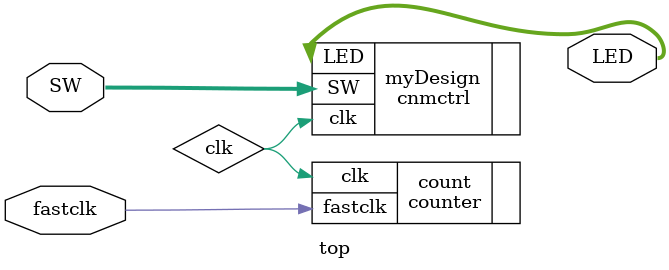
<source format=sv>
module top (input logic fastclk, // 50MHz Altera DE0 clock
				input logic [9:0] SW, // Switches SW0..SW9
				output logic [7:0] LED); // LEDs

 logic clk; // slow clock, about 10Hz

 counter count (.fastclk(fastclk),.clk(clk)); // slow clk from counter

 // to obtain the cost figure, synthesise your design without the counter 
 // and the picoMIPS4test module using Cyclone IV E as target
 // and make a note of the synthesis statistics
 cnmctrl myDesign (.clk(clk),.SW(SW),.LED(LED));

endmodule 
</source>
